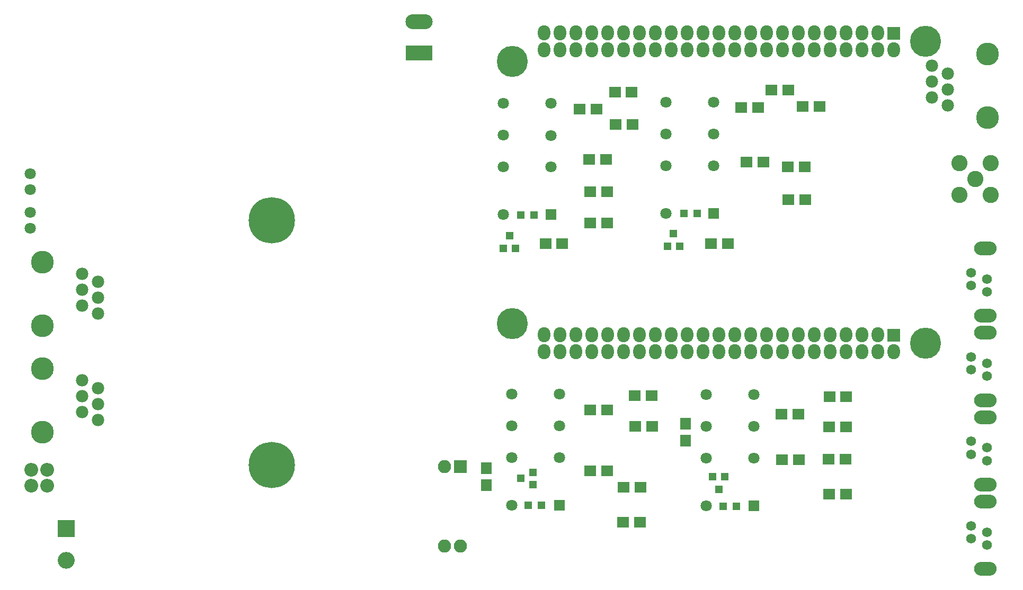
<source format=gbr>
G04 #@! TF.FileFunction,Soldermask,Bot*
%FSLAX46Y46*%
G04 Gerber Fmt 4.6, Leading zero omitted, Abs format (unit mm)*
G04 Created by KiCad (PCBNEW 4.0.7-e2-6376~61~ubuntu18.04.1) date Mon Nov 26 07:37:29 2018*
%MOMM*%
%LPD*%
G01*
G04 APERTURE LIST*
%ADD10C,0.100000*%
%ADD11C,2.600000*%
%ADD12R,2.000000X2.000000*%
%ADD13O,2.000000X2.400000*%
%ADD14C,1.560000*%
%ADD15O,3.600000X2.200000*%
%ADD16R,2.700000X2.700000*%
%ADD17O,2.700000X2.700000*%
%ADD18C,7.400000*%
%ADD19C,4.972000*%
%ADD20R,2.100000X2.100000*%
%ADD21O,2.100000X2.100000*%
%ADD22C,3.650000*%
%ADD23C,1.990000*%
%ADD24R,1.800000X1.800000*%
%ADD25C,1.800000*%
%ADD26R,4.360000X2.380000*%
%ADD27O,4.360000X2.380000*%
%ADD28R,1.300000X1.200000*%
%ADD29R,1.200000X1.300000*%
%ADD30R,1.900000X1.700000*%
%ADD31R,1.700000X1.900000*%
%ADD32O,2.200000X2.200000*%
G04 APERTURE END LIST*
D10*
D11*
X269474800Y-66175500D03*
X264474800Y-66175500D03*
X264474800Y-71175500D03*
X269474800Y-71175500D03*
X266974800Y-68675500D03*
D12*
X253982080Y-45403400D03*
D13*
X253982080Y-48043400D03*
X251442080Y-45303400D03*
X251442080Y-48043400D03*
X248902080Y-45303400D03*
X248902080Y-48043400D03*
X246362080Y-45303400D03*
X246362080Y-48043400D03*
X243822080Y-45303400D03*
X243822080Y-48043400D03*
X241282080Y-45303400D03*
X241282080Y-48043400D03*
X238742080Y-45303400D03*
X238742080Y-48043400D03*
X236202080Y-45303400D03*
X236202080Y-48043400D03*
X233662080Y-45303400D03*
X233662080Y-48043400D03*
X231122080Y-45303400D03*
X231122080Y-48043400D03*
X228582080Y-45303400D03*
X228582080Y-48043400D03*
X226042080Y-45303400D03*
X226042080Y-48043400D03*
X223502080Y-45303400D03*
X223502080Y-48043400D03*
X220962080Y-45303400D03*
X220962080Y-48043400D03*
X218422080Y-45303400D03*
X218422080Y-48043400D03*
X215882080Y-45303400D03*
X215882080Y-48043400D03*
X213342080Y-45303400D03*
X213342080Y-48043400D03*
X210802080Y-45303400D03*
X210802080Y-48043400D03*
X208262080Y-45303400D03*
X208262080Y-48043400D03*
X205722080Y-45303400D03*
X205722080Y-48043400D03*
X203182080Y-45303400D03*
X203182080Y-48043400D03*
X200642080Y-45303400D03*
X200642080Y-48043400D03*
X198102080Y-45303400D03*
X198102080Y-48043400D03*
D12*
X253982080Y-93663400D03*
D13*
X253982080Y-96303400D03*
X251442080Y-93563400D03*
X251442080Y-96303400D03*
X248902080Y-93563400D03*
X248902080Y-96303400D03*
X246362080Y-93563400D03*
X246362080Y-96303400D03*
X243822080Y-93563400D03*
X243822080Y-96303400D03*
X241282080Y-93563400D03*
X241282080Y-96303400D03*
X238742080Y-93563400D03*
X238742080Y-96303400D03*
X236202080Y-93563400D03*
X236202080Y-96303400D03*
X233662080Y-93563400D03*
X233662080Y-96303400D03*
X231122080Y-93563400D03*
X231122080Y-96303400D03*
X228582080Y-93563400D03*
X228582080Y-96303400D03*
X226042080Y-93563400D03*
X226042080Y-96303400D03*
X223502080Y-93563400D03*
X223502080Y-96303400D03*
X220962080Y-93563400D03*
X220962080Y-96303400D03*
X218422080Y-93563400D03*
X218422080Y-96303400D03*
X215882080Y-93563400D03*
X215882080Y-96303400D03*
X213342080Y-93563400D03*
X213342080Y-96303400D03*
X210802080Y-93563400D03*
X210802080Y-96303400D03*
X208262080Y-93563400D03*
X208262080Y-96303400D03*
X205722080Y-93563400D03*
X205722080Y-96303400D03*
X203182080Y-93563400D03*
X203182080Y-96303400D03*
X200642080Y-93563400D03*
X200642080Y-96303400D03*
X198102080Y-93563400D03*
X198102080Y-96303400D03*
D14*
X266311480Y-85660000D03*
X266311480Y-83620000D03*
X268861480Y-84640000D03*
X268861480Y-86680000D03*
D15*
X268661480Y-90530000D03*
X268661480Y-79770000D03*
D14*
X266311480Y-99160000D03*
X266311480Y-97120000D03*
X268861480Y-98140000D03*
X268861480Y-100180000D03*
D15*
X268661480Y-104030000D03*
X268661480Y-93270000D03*
D14*
X266311480Y-112660000D03*
X266311480Y-110620000D03*
X268861480Y-111640000D03*
X268861480Y-113680000D03*
D15*
X268661480Y-117530000D03*
X268661480Y-106770000D03*
D14*
X266311480Y-126160000D03*
X266311480Y-124120000D03*
X268861480Y-125140000D03*
X268861480Y-127180000D03*
D15*
X268661480Y-131030000D03*
X268661480Y-120270000D03*
D16*
X121760000Y-124560000D03*
D17*
X121760000Y-129640000D03*
D18*
X154590000Y-114400000D03*
X154590000Y-75300000D03*
D19*
X193022080Y-49848400D03*
X259062080Y-46673400D03*
X259062080Y-94933400D03*
X193022080Y-91758400D03*
D20*
X184740000Y-114670000D03*
D21*
X182200000Y-114670000D03*
X184740000Y-127370000D03*
X182200000Y-127370000D03*
D22*
X117922500Y-109132500D03*
D23*
X126812500Y-107222500D03*
X124272500Y-105952500D03*
X126812500Y-104682500D03*
X124272500Y-103412500D03*
X126812500Y-102142500D03*
X124272500Y-100872500D03*
D22*
X117922500Y-98972500D03*
D24*
X199224820Y-74383060D03*
D25*
X191604820Y-74383060D03*
X199224820Y-61693060D03*
X199224820Y-56603060D03*
X199224820Y-66763060D03*
X191594820Y-61673060D03*
X191594820Y-56593060D03*
X191604820Y-66763060D03*
D26*
X178140200Y-48489500D03*
D27*
X178140200Y-43489500D03*
D24*
X200558240Y-120829500D03*
D25*
X192938240Y-120829500D03*
X200558240Y-108139500D03*
X200558240Y-103049500D03*
X200558240Y-113209500D03*
X192928240Y-108119500D03*
X192928240Y-103039500D03*
X192938240Y-113209500D03*
D24*
X231645340Y-120941260D03*
D25*
X224025340Y-120941260D03*
X231645340Y-108251260D03*
X231645340Y-103161260D03*
X231645340Y-113321260D03*
X224015340Y-108231260D03*
X224015340Y-103151260D03*
X224025340Y-113321260D03*
D24*
X225181000Y-74207000D03*
D25*
X217561000Y-74207000D03*
X225181000Y-61517000D03*
X225181000Y-56427000D03*
X225181000Y-66587000D03*
X217551000Y-61497000D03*
X217551000Y-56417000D03*
X217561000Y-66587000D03*
D28*
X196353780Y-115588640D03*
X196353780Y-117488640D03*
X194353780Y-116538640D03*
D29*
X225050000Y-116300000D03*
X226950000Y-116300000D03*
X226000000Y-118300000D03*
X193507240Y-79773920D03*
X191607240Y-79773920D03*
X192557240Y-77773920D03*
X219737820Y-79390380D03*
X217837820Y-79390380D03*
X218787820Y-77390380D03*
D22*
X268965220Y-48679240D03*
D23*
X260075220Y-50589240D03*
X262615220Y-51859240D03*
X260075220Y-53129240D03*
X262615220Y-54399240D03*
X260075220Y-55669240D03*
X262615220Y-56939240D03*
D22*
X268965220Y-58839240D03*
D29*
X197643300Y-120869340D03*
X195543300Y-120869340D03*
X196472360Y-74453380D03*
X194372360Y-74453380D03*
X228847200Y-121009040D03*
X226747200Y-121009040D03*
X222522600Y-74189220D03*
X220422600Y-74189220D03*
D30*
X208150000Y-115300000D03*
X205450000Y-115300000D03*
X207968680Y-65535440D03*
X205268680Y-65535440D03*
X238801740Y-113538900D03*
X236101740Y-113538900D03*
X233170560Y-65982480D03*
X230470560Y-65982480D03*
X208179500Y-105624260D03*
X205479500Y-105624260D03*
X206465000Y-57519200D03*
X203765000Y-57519200D03*
X238761100Y-106269420D03*
X236061100Y-106269420D03*
X232276480Y-57209320D03*
X229576480Y-57209320D03*
X208136320Y-70676400D03*
X205436320Y-70676400D03*
X243543940Y-113444920D03*
X246243940Y-113444920D03*
X210800800Y-117922940D03*
X213500800Y-117922940D03*
X237064400Y-66739400D03*
X239764400Y-66739400D03*
X208192200Y-75705600D03*
X205492200Y-75705600D03*
X243653160Y-119086260D03*
X246353160Y-119086260D03*
X210716980Y-123510940D03*
X213416980Y-123510940D03*
X237140600Y-71997200D03*
X239840600Y-71997200D03*
X209550000Y-59950000D03*
X212250000Y-59950000D03*
X243691260Y-103503360D03*
X246391260Y-103503360D03*
X239400000Y-57100000D03*
X242100000Y-57100000D03*
X209400000Y-54825000D03*
X212100000Y-54825000D03*
X243615060Y-108303960D03*
X246315060Y-108303960D03*
X212675000Y-108250000D03*
X215375000Y-108250000D03*
X237125000Y-54475000D03*
X234425000Y-54475000D03*
D31*
X188904720Y-114924480D03*
X188904720Y-117624480D03*
X220728380Y-107799780D03*
X220728380Y-110499780D03*
D30*
X201011620Y-79030460D03*
X198311620Y-79030460D03*
X227496200Y-78982200D03*
X224796200Y-78982200D03*
X212604200Y-103325560D03*
X215304200Y-103325560D03*
D22*
X117922500Y-92132500D03*
D23*
X126812500Y-90222500D03*
X124272500Y-88952500D03*
X126812500Y-87682500D03*
X124272500Y-86412500D03*
X126812500Y-85142500D03*
X124272500Y-83872500D03*
D22*
X117922500Y-81972500D03*
D25*
X115936240Y-67870000D03*
X115936240Y-70410000D03*
X115936240Y-73970000D03*
X115936240Y-76510000D03*
D32*
X116166240Y-115132500D03*
X116166240Y-117672500D03*
X118706240Y-115132500D03*
X118706240Y-117672500D03*
M02*

</source>
